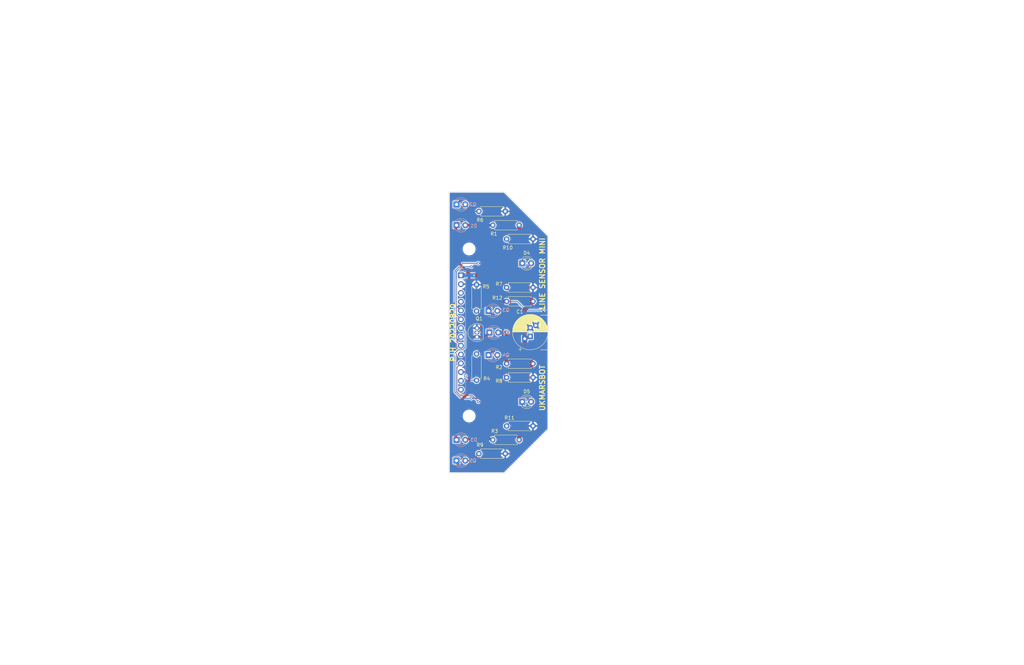
<source format=kicad_pcb>
(kicad_pcb (version 20211014) (generator pcbnew)
  (title_block (title "UKMARSBOT Template") (date "2022-08-19"))
  (layers (0 "F.Cu" signal) (31 "B.Cu" signal) (34 "B.Paste" user) (35 "F.Paste" user) (36 "B.SilkS" user "B.Silkscreen") (37 "F.SilkS" user "F.Silkscreen") (38 "B.Mask" user) (39 "F.Mask" user) (44 "Edge.Cuts" user))
  (net 0 "")
  (net 1 "GND")
  (net 2 "Net-(D1-Pad2)")
  (net 3 "Net-(D2-Pad2)")
  (net 4 "Net-(D3-Pad2)")
  (net 5 "5V")
  (net 6 "D6_LED_RIGHT")
  (net 7 "D12_EMITTERS")
  (net 8 "D11_LED_LEFT")
  (net 11 "Net-(Q1-Pad2)")
  (net 12 "Net-(D4-Pad1)")
  (net 13 "Net-(D5-Pad1)")
  (net 15 "A3_TURN")
  (net 16 "A2_LEFT_LINE")
  (net 17 "A1_RIGHT_LINE")
  (net 18 "A0_START")
  (net 19 "/EMITTER_K")
  (net 21 "/5V_EMITTERS")
  (footprint "LED_THT:LED_D3.0mm" (layer "F.Cu") (at 159.725 85)
    (fp_text reference "D4" (at 1.27 -2.96) (layer "F.SilkS"))
    (fp_text value "LED")
    (pad "1" thru_hole rect (at 0 0) (size 1.8 1.8) (drill 0.9) (layers *.Cu *.Mask) (net 12 "Net-(D4-Pad1)"))
    (pad "2" thru_hole circle (at 2.54 0) (size 1.8 1.8) (drill 0.9) (layers *.Cu *.Mask) (net 8 "D11_LED_LEFT"))
  )
  (footprint "Package_TO_SOT_THT:TO-92_Inline" (layer "F.Cu") (at 146.61 106.27 90)
    (fp_text reference "Q1" (at 5.27 0.64 180) (layer "F.SilkS"))
    (fp_text value "BC337")
    (pad "1" thru_hole rect (at 0 0 90) (size 1.05 1.5) (drill 0.75) (layers *.Cu *.Mask) (net 19 "/EMITTER_K"))
    (pad "2" thru_hole oval (at 1.27 0 90) (size 1.05 1.5) (drill 0.75) (layers *.Cu *.Mask) (net 11 "Net-(Q1-Pad2)"))
    (pad "3" thru_hole oval (at 2.54 0 90) (size 1.05 1.5) (drill 0.75) (layers *.Cu *.Mask) (net 1 "GND"))
  )
  (footprint "Resistor_THT:R_Axial_DIN0207_L6.3mm_D2.5mm_P7.62mm_Horizontal" (layer "F.Cu") (at 151.19 136)
    (fp_text reference "R3" (at 0.54 -2.5) (layer "F.SilkS"))
    (fp_text value "68R")
    (pad "1" thru_hole circle (at 0 0) (size 1.6 1.6) (drill 0.8) (layers *.Cu *.Mask) (net 4 "Net-(D3-Pad2)"))
    (pad "2" thru_hole oval (at 7.62 0) (size 1.6 1.6) (drill 0.8) (layers *.Cu *.Mask) (net 21 "/5V_EMITTERS"))
  )
  (footprint "Resistor_THT:R_Axial_DIN0207_L6.3mm_D2.5mm_P7.62mm_Horizontal" (layer "F.Cu") (at 162.81 96 180)
    (fp_text reference "R12" (at 10.31 1) (layer "F.SilkS"))
    (fp_text value "33R")
    (pad "1" thru_hole circle (at 0 0 180) (size 1.6 1.6) (drill 0.8) (layers *.Cu *.Mask) (net 21 "/5V_EMITTERS"))
    (pad "2" thru_hole oval (at 7.62 0 180) (size 1.6 1.6) (drill 0.8) (layers *.Cu *.Mask) (net 5 "5V"))
  )
  (footprint "Resistor_THT:R_Axial_DIN0207_L6.3mm_D2.5mm_P7.62mm_Horizontal" (layer "F.Cu") (at 162.81 114 180)
    (fp_text reference "R2" (at 9.81 -1.04) (layer "F.SilkS"))
    (fp_text value "68R")
    (pad "1" thru_hole circle (at 0 0 180) (size 1.6 1.6) (drill 0.8) (layers *.Cu *.Mask) (net 21 "/5V_EMITTERS"))
    (pad "2" thru_hole oval (at 7.62 0 180) (size 1.6 1.6) (drill 0.8) (layers *.Cu *.Mask) (net 3 "Net-(D2-Pad2)"))
  )
  (footprint "LED_THT:LED_D3.0mm" (layer "F.Cu") (at 159.725 125)
    (fp_text reference "D5" (at 1.27 -2.96) (layer "F.SilkS"))
    (fp_text value "LED")
    (pad "1" thru_hole rect (at 0 0) (size 1.8 1.8) (drill 0.9) (layers *.Cu *.Mask) (net 13 "Net-(D5-Pad1)"))
    (pad "2" thru_hole circle (at 2.54 0) (size 1.8 1.8) (drill 0.9) (layers *.Cu *.Mask) (net 6 "D6_LED_RIGHT"))
  )
  (footprint "Resistor_THT:R_Axial_DIN0207_L6.3mm_D2.5mm_P7.62mm_Horizontal" (layer "F.Cu") (at 146.5 118.81 90)
    (fp_text reference "R4" (at 0.475 2.95 180) (layer "F.SilkS"))
    (fp_text value "390")
    (pad "1" thru_hole circle (at 0 0 90) (size 1.6 1.6) (drill 0.8) (layers *.Cu *.Mask) (net 7 "D12_EMITTERS"))
    (pad "2" thru_hole oval (at 7.62 0 90) (size 1.6 1.6) (drill 0.8) (layers *.Cu *.Mask) (net 11 "Net-(Q1-Pad2)"))
  )
  (footprint "MountingHole:MountingHole_3.2mm_M3" (layer "F.Cu") (at 144.37 129.13)
    (fp_text reference "H1" hide)
    (fp_text value "MountingHole" hide)
    (pad "" np_thru_hole circle (at 0 0) (size 3.2 3.2) (drill 3.2) (layers *.Cu *.Mask))
  )
  (footprint "Resistor_THT:R_Axial_DIN0207_L6.3mm_D2.5mm_P7.62mm_Horizontal" (layer "F.Cu") (at 146.5 98.81 90)
    (fp_text reference "R5" (at 7.08 2.75 180) (layer "F.SilkS"))
    (fp_text value "10k")
    (pad "1" thru_hole circle (at 0 0 90) (size 1.6 1.6) (drill 0.8) (layers *.Cu *.Mask) (net 11 "Net-(Q1-Pad2)"))
    (pad "2" thru_hole oval (at 7.62 0 90) (size 1.6 1.6) (drill 0.8) (layers *.Cu *.Mask) (net 1 "GND"))
  )
  (footprint "Resistor_THT:R_Axial_DIN0207_L6.3mm_D2.5mm_P7.62mm_Horizontal" (layer "F.Cu") (at 155.19 92)
    (fp_text reference "R7" (at -2.19 -1) (layer "F.SilkS"))
    (fp_text value "2k0")
    (pad "1" thru_hole circle (at 0 0) (size 1.6 1.6) (drill 0.8) (layers *.Cu *.Mask) (net 16 "A2_LEFT_LINE"))
    (pad "2" thru_hole oval (at 7.62 0) (size 1.6 1.6) (drill 0.8) (layers *.Cu *.Mask) (net 1 "GND"))
  )
  (footprint "Resistor_THT:R_Axial_DIN0207_L6.3mm_D2.5mm_P7.62mm_Horizontal" (layer "F.Cu") (at 155.19 132)
    (fp_text reference "R11" (at 0.81 -2.37) (layer "F.SilkS"))
    (fp_text value "2k0")
    (pad "1" thru_hole circle (at 0 0) (size 1.6 1.6) (drill 0.8) (layers *.Cu *.Mask) (net 13 "Net-(D5-Pad1)"))
    (pad "2" thru_hole oval (at 7.62 0) (size 1.6 1.6) (drill 0.8) (layers *.Cu *.Mask) (net 1 "GND"))
  )
  (footprint "Resistor_THT:R_Axial_DIN0207_L6.3mm_D2.5mm_P7.62mm_Horizontal" (layer "F.Cu") (at 147.19 70)
    (fp_text reference "R6" (at 0.31 2.5) (layer "F.SilkS"))
    (fp_text value "2k0")
    (pad "1" thru_hole circle (at 0 0) (size 1.6 1.6) (drill 0.8) (layers *.Cu *.Mask) (net 15 "A3_TURN"))
    (pad "2" thru_hole oval (at 7.62 0) (size 1.6 1.6) (drill 0.8) (layers *.Cu *.Mask) (net 1 "GND"))
  )
  (footprint "MountingHole:MountingHole_3.2mm_M3" (layer "F.Cu") (at 144.37 80.87)
    (fp_text reference "H2" hide)
    (fp_text value "MountingHole" hide)
    (pad "" np_thru_hole circle (at 0 0) (size 3.2 3.2) (drill 3.2) (layers *.Cu *.Mask))
  )
  (footprint "Resistor_THT:R_Axial_DIN0207_L6.3mm_D2.5mm_P7.62mm_Horizontal" (layer "F.Cu") (at 155.19 118)
    (fp_text reference "R8" (at -2.19 1) (layer "F.SilkS"))
    (fp_text value "2k0")
    (pad "1" thru_hole circle (at 0 0) (size 1.6 1.6) (drill 0.8) (layers *.Cu *.Mask) (net 17 "A1_RIGHT_LINE"))
    (pad "2" thru_hole oval (at 7.62 0) (size 1.6 1.6) (drill 0.8) (layers *.Cu *.Mask) (net 1 "GND"))
  )
  (footprint "Resistor_THT:R_Axial_DIN0207_L6.3mm_D2.5mm_P7.62mm_Horizontal" (layer "F.Cu") (at 155.19 78)
    (fp_text reference "R10" (at 0.31 2.5) (layer "F.SilkS"))
    (fp_text value "2k0")
    (pad "1" thru_hole circle (at 0 0) (size 1.6 1.6) (drill 0.8) (layers *.Cu *.Mask) (net 12 "Net-(D4-Pad1)"))
    (pad "2" thru_hole oval (at 7.62 0) (size 1.6 1.6) (drill 0.8) (layers *.Cu *.Mask) (net 1 "GND"))
  )
  (footprint "Capacitor_THT:CP_Radial_D10.0mm_P2.50mm_P5.00mm" (layer "F.Cu") (at 162 106.117677 90)
    (fp_text reference "C1" (at 7.117677 -3 180) (layer "F.SilkS"))
    (fp_text value "C_Polarized")
    (pad "1" thru_hole rect (at -0.670937 -1.6 90) (size 1.6 1.6) (drill 0.8) (layers *.Cu *.Mask) (net 21 "/5V_EMITTERS"))
    (pad "1" thru_hole rect (at 0 0 90) (size 1.6 1.6) (drill 0.8) (layers *.Cu *.Mask) (net 21 "/5V_EMITTERS"))
    (pad "2" thru_hole circle (at 2.5 0 90) (size 1.6 1.6) (drill 0.8) (layers *.Cu *.Mask) (net 1 "GND"))
    (pad "2" thru_hole circle (at 3.170937 1.6 90) (size 1.6 1.6) (drill 0.8) (layers *.Cu *.Mask) (net 1 "GND"))
  )
  (footprint "Resistor_THT:R_Axial_DIN0207_L6.3mm_D2.5mm_P7.62mm_Horizontal" (layer "F.Cu") (at 147.19 140)
    (fp_text reference "R9" (at 0.31 -2.5) (layer "F.SilkS"))
    (fp_text value "2k0")
    (pad "1" thru_hole circle (at 0 0) (size 1.6 1.6) (drill 0.8) (layers *.Cu *.Mask) (net 18 "A0_START"))
    (pad "2" thru_hole oval (at 7.62 0) (size 1.6 1.6) (drill 0.8) (layers *.Cu *.Mask) (net 1 "GND"))
  )
  (footprint "Resistor_THT:R_Axial_DIN0207_L6.3mm_D2.5mm_P7.62mm_Horizontal" (layer "F.Cu") (at 151.19 74)
    (fp_text reference "R1" (at 0.31 2.5) (layer "F.SilkS"))
    (fp_text value "68R")
    (pad "1" thru_hole circle (at 0 0) (size 1.6 1.6) (drill 0.8) (layers *.Cu *.Mask) (net 2 "Net-(D1-Pad2)"))
    (pad "2" thru_hole oval (at 7.62 0) (size 1.6 1.6) (drill 0.8) (layers *.Cu *.Mask) (net 21 "/5V_EMITTERS"))
  )
  (footprint "LED_THT:LED_D3.0mm" (layer "B.Cu") (at 140.725 136)
    (fp_text reference "D3" (at 5.025 0) (layer "B.SilkS") (effects (justify mirror)))
    (fp_text value "LED")
    (pad "1" thru_hole rect (at 0 0) (size 1.8 1.8) (drill 0.9) (layers *.Cu *.Mask) (net 19 "/EMITTER_K"))
    (pad "2" thru_hole circle (at 2.54 0) (size 1.8 1.8) (drill 0.9) (layers *.Cu *.Mask) (net 4 "Net-(D3-Pad2)"))
  )
  (footprint "LED_THT:LED_D3.0mm_IRGrey" (layer "B.Cu") (at 140.725 142)
    (fp_text reference "Q5" (at 4.775 0) (layer "B.SilkS") (effects (justify mirror)))
    (fp_text value "Q_Photo_NPN")
    (pad "1" thru_hole rect (at 0 0) (size 1.8 1.8) (drill 0.9) (layers *.Cu *.Mask) (net 5 "5V"))
    (pad "2" thru_hole circle (at 2.54 0) (size 1.8 1.8) (drill 0.9) (layers *.Cu *.Mask) (net 18 "A0_START"))
  )
  (footprint "LED_THT:LED_D3.0mm_IRGrey" (layer "B.Cu") (at 149.975 111.5)
    (fp_text reference "Q4" (at 5.025 0) (layer "B.SilkS") (effects (justify mirror)))
    (fp_text value "Q_Photo_NPN")
    (pad "1" thru_hole rect (at 0 0) (size 1.8 1.8) (drill 0.9) (layers *.Cu *.Mask) (net 5 "5V"))
    (pad "2" thru_hole circle (at 2.54 0) (size 1.8 1.8) (drill 0.9) (layers *.Cu *.Mask) (net 17 "A1_RIGHT_LINE"))
  )
  (footprint "LED_THT:LED_D3.0mm" (layer "B.Cu") (at 150.225 105)
    (fp_text reference "D2" (at 4.775 0) (layer "B.SilkS") (effects (justify mirror)))
    (fp_text value "LED")
    (pad "1" thru_hole rect (at 0 0) (size 1.8 1.8) (drill 0.9) (layers *.Cu *.Mask) (net 19 "/EMITTER_K"))
    (pad "2" thru_hole circle (at 2.54 0) (size 1.8 1.8) (drill 0.9) (layers *.Cu *.Mask) (net 3 "Net-(D2-Pad2)"))
  )
  (footprint "ukmarsbot:PinHeader_1x14_P2.54mm_Vertical" (layer "B.Cu") (at 142 88.49 180)
    (fp_text reference "J1" (at 0 2.33) (layer "B.SilkS") (effects (justify mirror)))
    (fp_text value "SENSORS")
    (pad "1" thru_hole rect (at 0 0 180) (size 1.7 1.7) (drill 1) (layers *.Cu *.Mask) (net 5 "5V"))
    (pad "2" thru_hole oval (at 0 -2.54 180) (size 1.7 1.7) (drill 1) (layers *.Cu *.Mask) (net 1 "GND"))
    (pad "3" thru_hole oval (at 0 -5.08 180) (size 1.7 1.7) (drill 1) (layers *.Cu *.Mask))
    (pad "4" thru_hole oval (at 0 -7.62 180) (size 1.7 1.7) (drill 1) (layers *.Cu *.Mask))
    (pad "5" thru_hole oval (at 0 -10.16 180) (size 1.7 1.7) (drill 1) (layers *.Cu *.Mask) (net 15 "A3_TURN"))
    (pad "6" thru_hole oval (at 0 -12.7 180) (size 1.7 1.7) (drill 1) (layers *.Cu *.Mask) (net 16 "A2_LEFT_LINE"))
    (pad "7" thru_hole oval (at 0 -15.24 180) (size 1.7 1.7) (drill 1) (layers *.Cu *.Mask) (net 17 "A1_RIGHT_LINE"))
    (pad "8" thru_hole oval (at 0 -17.78 180) (size 1.7 1.7) (drill 1) (layers *.Cu *.Mask) (net 18 "A0_START"))
    (pad "9" thru_hole oval (at 0 -20.32 180) (size 1.7 1.7) (drill 1) (layers *.Cu *.Mask) (net 8 "D11_LED_LEFT"))
    (pad "10" thru_hole oval (at 0 -22.86 180) (size 1.7 1.7) (drill 1) (layers *.Cu *.Mask) (net 7 "D12_EMITTERS"))
    (pad "11" thru_hole oval (at 0 -25.4 180) (size 1.7 1.7) (drill 1) (layers *.Cu *.Mask) (net 6 "D6_LED_RIGHT"))
    (pad "12" thru_hole oval (at 0 -27.94 180) (size 1.7 1.7) (drill 1) (layers *.Cu *.Mask) (net 1 "GND"))
    (pad "13" thru_hole oval (at 0 -30.48 180) (size 1.7 1.7) (drill 1) (layers *.Cu *.Mask))
    (pad "14" thru_hole oval (at 0 -33.02 180) (size 1.7 1.7) (drill 1) (layers *.Cu *.Mask))
  )
  (footprint "LED_THT:LED_D3.0mm_IRGrey" (layer "B.Cu") (at 149.975 98.75)
    (fp_text reference "Q3" (at 5.025 -0.25) (layer "B.SilkS") (effects (justify mirror)))
    (fp_text value "Q_Photo_NPN")
    (pad "1" thru_hole rect (at 0 0) (size 1.8 1.8) (drill 0.9) (layers *.Cu *.Mask) (net 5 "5V"))
    (pad "2" thru_hole circle (at 2.54 0) (size 1.8 1.8) (drill 0.9) (layers *.Cu *.Mask) (net 16 "A2_LEFT_LINE"))
  )
  (footprint "LED_THT:LED_D3.0mm_IRGrey" (layer "B.Cu") (at 140.725 68)
    (fp_text reference "Q2" (at 4.775 0) (layer "B.SilkS") (effects (justify mirror)))
    (fp_text value "Q_Photo_NPN")
    (pad "1" thru_hole rect (at 0 0) (size 1.8 1.8) (drill 0.9) (layers *.Cu *.Mask) (net 5 "5V"))
    (pad "2" thru_hole circle (at 2.54 0) (size 1.8 1.8) (drill 0.9) (layers *.Cu *.Mask) (net 15 "A3_TURN"))
  )
  (footprint "LED_THT:LED_D3.0mm" (layer "B.Cu") (at 140.725 74)
    (fp_text reference "D1" (at 4.95 0.17) (layer "B.SilkS") (effects (justify mirror)))
    (fp_text value "LED")
    (pad "1" thru_hole rect (at 0 0) (size 1.8 1.8) (drill 0.9) (layers *.Cu *.Mask) (net 19 "/EMITTER_K"))
    (pad "2" thru_hole circle (at 2.54 0) (size 1.8 1.8) (drill 0.9) (layers *.Cu *.Mask) (net 2 "Net-(D1-Pad2)"))
  )
  (gr_line (start 167 100) (end 165 100) (layer "F.SilkS") (width 0.15))
  (gr_line (start 167 110) (end 165 110) (layer "F.SilkS") (width 0.15))
  (gr_line (start 154.53 64.36) (end 167.23 77.06) (layer "Edge.Cuts") (width 0.1))
  (gr_line (start 167.23 132.94) (end 154.53 145.64) (layer "Edge.Cuts") (width 0.1))
  (gr_line (start 167.23 77.06) (end 167.23 132.94) (layer "Edge.Cuts") (width 0.1))
  (gr_line (start 154.53 145.64) (end 138.528 145.64) (layer "Edge.Cuts") (width 0.1))
  (gr_line (start 138.528 64.36) (end 154.53 64.36) (layer "Edge.Cuts") (width 0.1))
  (gr_line (start 138.528 145.64) (end 138.528 64.36) (layer "Edge.Cuts") (width 0.1))
  (gr_text "LINE SENSOR MINI" (at 165.5 88 90) (layer "F.SilkS") (effects (font (size 1.5 1.5) (thickness 0.3))))
  (gr_text "PJH 20220820" (at 139.75 105 90) (layer "F.SilkS") (effects (font (size 1.5 1.5) (thickness 0.3))))
  (gr_text "UKMARSBOT" (at 165.5 121 90) (layer "F.SilkS") (effects (font (size 1.5 1.5) (thickness 0.3))))
  (segment (start 143.09 74) (end 151.19 74) (width 0.75) (layer "F.Cu") (net 2))
  (segment (start 155.19 105.01) (end 155.2 105) (width 1.25) (layer "F.Cu") (net 3))
  (segment (start 155.19 114) (end 155.19 105.01) (width 1.25) (layer "F.Cu") (net 3))
  (via (at 155.2 105) (size 0.8) (drill 0.4) (layers "F.Cu" "B.Cu") (net 3))
  (segment (start 152.765 105) (end 155.2 105) (width 1.25) (layer "B.Cu") (net 3))
  (segment (start 143.015 135.75) (end 150.94 135.75) (width 0.75) (layer "F.Cu") (net 4))
  (segment (start 150.94 135.75) (end 151.19 136) (width 0.75) (layer "F.Cu") (net 4))
  (segment (start 154.424574 65.405) (end 165.735 76.715426) (width 0.5) (layer "F.Cu") (net 5))
  (segment (start 149.975 95.475) (end 149.975 98.75) (width 1.25) (layer "F.Cu") (net 5))
  (segment (start 153.135 144.765) (end 142.86 144.765) (width 0.5) (layer "F.Cu") (net 5))
  (segment (start 165.735 76.715426) (end 165.735 106.045) (width 0.5) (layer "F.Cu") (net 5))
  (segment (start 153.135 144.765) (end 153.862672 144.765) (width 0.5) (layer "F.Cu") (net 5))
  (segment (start 143.32 65.405) (end 154.424574 65.405) (width 0.5) (layer "F.Cu") (net 5))
  (segment (start 150.5 96) (end 149.975 95.475) (width 1.25) (layer "F.Cu") (net 5))
  (segment (start 142.86 144.765) (end 140.725 142.63) (width 0.5) (layer "F.Cu") (net 5))
  (segment (start 153.862672 144.765) (end 165.735 132.892672) (width 0.5) (layer "F.Cu") (net 5))
  (segment (start 155.19 96) (end 150.5 96) (width 1.25) (layer "F.Cu") (net 5))
  (segment (start 149.975 111.5) (end 154.115 107.36) (width 0.5) (layer "F.Cu") (net 5))
  (segment (start 140.725 142.63) (end 140.725 142) (width 0.5) (layer "F.Cu") (net 5))
  (segment (start 149.975 90.225) (end 149.975 93.975) (width 1.25) (layer "F.Cu") (net 5))
  (segment (start 148.25 88.5) (end 149.975 90.225) (width 1.25) (layer "F.Cu") (net 5))
  (segment (start 154.115 102.89) (end 149.975 98.75) (width 0.5) (layer "F.Cu") (net 5))
  (segment (start 154.115 107.36) (end 154.115 102.89) (width 0.5) (layer "F.Cu") (net 5))
  (segment (start 145.75 88.5) (end 148.25 88.5) (width 1.25) (layer "F.Cu") (net 5))
  (segment (start 165.735 106.045) (end 165.735 132.892672) (width 0.5) (layer "F.Cu") (net 5))
  (segment (start 140.725 68) (end 143.32 65.405) (width 0.5) (layer "F.Cu") (net 5))
  (segment (start 149.975 93.975) (end 149.975 95.475) (width 1.25) (layer "F.Cu") (net 5))
  (via (at 145.75 88.5) (size 0.8) (drill 0.4) (layers "F.Cu" "B.Cu") (net 5))
  (via (at 165.735 98.535) (size 0.8) (drill 0.4) (layers "F.Cu" "B.Cu") (net 5))
  (segment (start 158.2 96) (end 155.19 96) (width 0.25) (layer "B.Cu") (net 5))
  (segment (start 142 88.49) (end 145.74 88.49) (width 1.25) (layer "B.Cu") (net 5))
  (segment (start 160.735 98.535) (end 158.2 96) (width 0.25) (layer "B.Cu") (net 5))
  (segment (start 165.735 98.535) (end 160.735 98.535) (width 0.25) (layer "B.Cu") (net 5))
  (segment (start 145.74 88.49) (end 145.75 88.5) (width 1.25) (layer "B.Cu") (net 5))
  (segment (start 149.25 125) (end 150.475 123.775) (width 0.25) (layer "F.Cu") (net 6))
  (segment (start 161.04 123.775) (end 162.265 125) (width 0.25) (layer "F.Cu") (net 6))
  (segment (start 150.475 123.775) (end 161.04 123.775) (width 0.25) (layer "F.Cu") (net 6))
  (segment (start 147 125) (end 149.25 125) (width 0.25) (layer "F.Cu") (net 6))
  (via (at 147 125) (size 0.8) (drill 0.4) (layers "F.Cu" "B.Cu") (net 6))
  (segment (start 140.825 115.065) (end 142 113.89) (width 0.25) (layer "B.Cu") (net 6))
  (segment (start 145.7245 123.699902) (end 145.300098 123.2755) (width 0.25) (layer "B.Cu") (net 6))
  (segment (start 145.7245 123.7245) (end 145.7245 123.699902) (width 0.25) (layer "B.Cu") (net 6))
  (segment (start 140.825 122.150598) (end 140.825 115.065) (width 0.25) (layer "B.Cu") (net 6))
  (segment (start 141.949902 123.2755) (end 140.825 122.150598) (width 0.25) (layer "B.Cu") (net 6))
  (segment (start 147 125) (end 145.7245 123.7245) (width 0.25) (layer "B.Cu") (net 6))
  (segment (start 145.300098 123.2755) (end 141.949902 123.2755) (width 0.25) (layer "B.Cu") (net 6))
  (segment (start 142 111.35) (end 143.25 112.6) (width 0.25) (layer "F.Cu") (net 7))
  (segment (start 143.25 112.6) (end 143.25 117.5) (width 0.25) (layer "F.Cu") (net 7))
  (via (at 143.25 117.5) (size 0.8) (drill 0.4) (layers "F.Cu" "B.Cu") (net 7))
  (segment (start 144.56 118.81) (end 146.5 118.81) (width 0.25) (layer "B.Cu") (net 7))
  (segment (start 143.25 117.5) (end 144.56 118.81) (width 0.25) (layer "B.Cu") (net 7))
  (segment (start 149.25 85) (end 150.75 86.5) (width 0.25) (layer "F.Cu") (net 8))
  (segment (start 147 85) (end 149.25 85) (width 0.25) (layer "F.Cu") (net 8))
  (segment (start 160.765 86.5) (end 162.265 85) (width 0.25) (layer "F.Cu") (net 8))
  (segment (start 150.75 86.5) (end 160.765 86.5) (width 0.25) (layer "F.Cu") (net 8))
  (via locked (at 147 85) (size 0.8) (drill 0.4) (layers "F.Cu" "B.Cu") (net 8))
  (segment (start 140.25 107.06) (end 142 108.81) (width 0.25) (layer "B.Cu") (net 8))
  (segment (start 140.25 87.25) (end 140.25 107.06) (width 0.25) (layer "B.Cu") (net 8))
  (segment (start 142.5 85) (end 140.25 87.25) (width 0.25) (layer "B.Cu") (net 8))
  (segment (start 147 85) (end 142.5 85) (width 0.25) (layer "B.Cu") (net 8))
  (segment (start 147.685 103.315) (end 147.685 99.995) (width 0.25) (layer "F.Cu") (net 11))
  (segment (start 147.685 99.995) (end 146.5 98.81) (width 0.25) (layer "F.Cu") (net 11))
  (segment (start 150.975 103.3) (end 147.7 103.3) (width 0.25) (layer "F.Cu") (net 11))
  (segment (start 151.5 103.825) (end 150.975 103.3) (width 0.25) (layer "F.Cu") (net 11))
  (segment (start 146.5 111.19) (end 151.5 106.19) (width 0.25) (layer "F.Cu") (net 11))
  (segment (start 146.835 105) (end 147.685 104.15) (width 0.25) (layer "F.Cu") (net 11))
  (segment (start 146.61 105) (end 146.835 105) (width 0.25) (layer "F.Cu") (net 11))
  (segment (start 151.5 106.19) (end 151.5 103.825) (width 0.25) (layer "F.Cu") (net 11))
  (segment (start 147.685 104.15) (end 147.685 103.315) (width 0.25) (layer "F.Cu") (net 11))
  (segment (start 147.7 103.3) (end 147.685 103.315) (width 0.25) (layer "F.Cu") (net 11))
  (segment (start 159.725 85) (end 159.725 82.535) (width 0.25) (layer "F.Cu") (net 12))
  (segment (start 159.725 82.535) (end 155.19 78) (width 0.25) (layer "F.Cu") (net 12))
  (segment (start 159.725 127.465) (end 155.19 132) (width 0.25) (layer "F.Cu") (net 13))
  (segment (start 159.725 125) (end 159.725 127.465) (width 0.25) (layer "F.Cu") (net 13))
  (segment (start 139.29 95.94) (end 142 98.65) (width 0.25) (layer "F.Cu") (net 15))
  (segment (start 147.19 70) (end 145.265 70) (width 0.25) (layer "F.Cu") (net 15))
  (segment (start 143.265 68) (end 139.29 71.975) (width 0.25) (layer "F.Cu") (net 15))
  (segment (start 145.265 70) (end 143.265 68) (width 0.25) (layer "F.Cu") (net 15))
  (segment (start 139.29 71.975) (end 139.29 95.94) (width 0.25) (layer "F.Cu") (net 15))
  (segment (start 149.19 86) (end 145 86) (width 0.25) (layer "F.Cu") (net 16))
  (segment (start 156.315 93.125) (end 155.19 92) (width 0.25) (layer "F.Cu") (net 16))
  (segment (start 152.515 98.75) (end 154.030991 98.75) (width 0.25) (layer "F.Cu") (net 16))
  (segment (start 155.19 92) (end 149.19 86) (width 0.25) (layer "F.Cu") (net 16))
  (segment (start 156.315 96.465991) (end 156.315 93.125) (width 0.25) (layer "F.Cu") (net 16))
  (segment (start 154.030991 98.75) (end 156.315 96.465991) (width 0.25) (layer "F.Cu") (net 16))
  (via locked (at 145 86) (size 0.8) (drill 0.4) (layers "F.Cu" "B.Cu") (net 16))
  (segment (start 140.75 87.39) (end 142.14 86) (width 0.25) (layer "B.Cu") (net 16))
  (segment (start 142 101.19) (end 140.75 99.94) (width 0.25) (layer "B.Cu") (net 16))
  (segment (start 142.14 86) (end 145 86) (width 0.25) (layer "B.Cu") (net 16))
  (segment (start 140.75 99.94) (end 140.75 87.39) (width 0.25) (layer "B.Cu") (net 16))
  (segment (start 155.19 118) (end 149.19 124) (width 0.25) (layer "F.Cu") (net 17))
  (segment (start 152.515 115.325) (end 155.19 118) (width 0.25) (layer "F.Cu") (net 17))
  (segment (start 152.515 111.5) (end 152.515 115.325) (width 0.25) (layer "F.Cu") (net 17))
  (segment (start 149.19 124) (end 145 124) (width 0.25) (layer "F.Cu") (net 17))
  (via (at 145 124) (size 0.8) (drill 0.4) (layers "F.Cu" "B.Cu") (net 17))
  (segment (start 142.5 110) (end 141.25 110) (width 0.25) (layer "B.Cu") (net 17))
  (segment (start 140.25 122.211288) (end 142.038712 124) (width 0.25) (layer "B.Cu") (net 17))
  (segment (start 142 103.73) (end 143.175 104.905) (width 0.25) (layer "B.Cu") (net 17))
  (segment (start 140.25 111) (end 140.25 122.211288) (width 0.25) (layer "B.Cu") (net 17))
  (segment (start 143.175 104.905) (end 143.175 109.325) (width 0.25) (layer "B.Cu") (net 17))
  (segment (start 143.175 109.325) (end 142.5 110) (width 0.25) (layer "B.Cu") (net 17))
  (segment (start 141.25 110) (end 140.25 111) (width 0.25) (layer "B.Cu") (net 17))
  (segment (start 142.038712 124) (end 145 124) (width 0.25) (layer "B.Cu") (net 17))
  (segment (start 139.25 137.98) (end 139.25 133.615) (width 0.25) (layer "F.Cu") (net 18))
  (segment (start 145.19 142) (end 147.19 140) (width 0.25) (layer "F.Cu") (net 18))
  (segment (start 139.29 138.02) (end 139.25 137.98) (width 0.25) (layer "F.Cu") (net 18))
  (segment (start 139.25 133.615) (end 139.29 133.575) (width 0.25) (layer "F.Cu") (net 18))
  (segment (start 143.265 142) (end 145.19 142) (width 0.25) (layer "F.Cu") (net 18))
  (segment (start 143.265 142) (end 139.29 138.025) (width 0.25) (layer "F.Cu") (net 18))
  (segment (start 139.29 138.025) (end 139.29 138.02) (width 0.25) (layer "F.Cu") (net 18))
  (segment (start 139.29 108.98) (end 142 106.27) (width 0.25) (layer "F.Cu") (net 18))
  (segment (start 139.29 133.575) (end 139.29 108.98) (width 0.25) (layer "F.Cu") (net 18))
  (segment (start 144.37 88.01) (end 144.37 106.27) (width 0.75) (layer "F.Cu") (net 19))
  (segment (start 140.475 126.146848) (end 140.475 135.75) (width 0.75) (layer "F.Cu") (net 19))
  (segment (start 144.4 106.3) (end 144.37 106.27) (width 0.75) (layer "F.Cu") (net 19))
  (segment (start 148.925 106.3) (end 144.4 106.3) (width 0.75) (layer "F.Cu") (net 19))
  (segment (start 140.55 84.19) (end 144.37 88.01) (width 0.75) (layer "F.Cu") (net 19))
  (segment (start 150.225 105) (end 148.925 106.3) (width 0.75) (layer "F.Cu") (net 19))
  (segment (start 140.55 74) (end 140.55 84.19) (width 0.75) (layer "F.Cu") (net 19))
  (segment (start 144.37 122.251848) (end 140.475 126.146848) (width 0.75) (layer "F.Cu") (net 19))
  (segment (start 144.37 106.27) (end 144.37 122.251848) (width 0.75) (layer "F.Cu") (net 19))
  (segment (start 160.375 106.763614) (end 160.4 106.788614) (width 1.25) (layer "F.Cu") (net 21))
  (segment (start 158.81 78.61) (end 164.5 84.3) (width 1.25) (layer "F.Cu") (net 21))
  (segment (start 164.435 125.269519) (end 164.435 124.435) (width 1.25) (layer "F.Cu") (net 21))
  (segment (start 160.4 111.59) (end 162.81 114) (width 1.25) (layer "F.Cu") (net 21))
  (segment (start 158.81 74) (end 158.81 78.61) (width 1.25) (layer "F.Cu") (net 21))
  (segment (start 161.185 88.815) (end 161.185 94.375) (width 1.25) (layer "F.Cu") (net 21))
  (segment (start 164.5 85.5) (end 161.185 88.815) (width 1.25) (layer "F.Cu") (net 21))
  (segment (start 164.5 84.3) (end 164.5 85.5) (width 1.25) (layer "F.Cu") (net 21))
  (segment (start 162.81 114) (end 161.185 115.625) (width 1.25) (layer "F.Cu") (net 21))
  (segment (start 158.81 136) (end 158.81 130.894519) (width 1.25) (layer "F.Cu") (net 21))
  (segment (start 161.185 121.185) (end 164.435 124.435) (width 1.25) (layer "F.Cu") (net 21))
  (segment (start 161.185 94.375) (end 162.81 96) (width 1.25) (layer "F.Cu") (net 21))
  (segment (start 160.4 106.788614) (end 160.4 111.59) (width 1.25) (layer "F.Cu") (net 21))
  (segment (start 160.375 98.435) (end 160.375 106.763614) (width 1.25) (layer "F.Cu") (net 21))
  (segment (start 161.185 115.625) (end 161.185 121.185) (width 1.25) (layer "F.Cu") (net 21))
  (segment (start 158.81 130.894519) (end 164.435 125.269519) (width 1.25) (layer "F.Cu") (net 21))
  (segment (start 162.81 96) (end 160.375 98.435) (width 1.25) (layer "F.Cu") (net 21))
  (zone (net 1) (net_name "GND") (layer "B.Cu") (connect_pads (clearance 0.25)) (min_thickness 0.254) (fill yes (thermal_gap 0.508) (thermal_bridge_width 0.508))
    (polygon (pts (xy 167.865 77.06) (xy 167.865 132.94) (xy 154.53 146.275) (xy 138 146.275) (xy 138 63.725) (xy 154.53 63.725)))
  )
)
</source>
